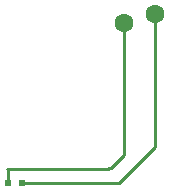
<source format=gtl>
G04 ---------------------------- Layer name :TOP LAYER*
G04 easyEDA 0.1*
G04 Scale: 100 percent, Rotated: No, Reflected: No *
G04 Dimensions in inches *
G04 leading zeros omitted , absolute positions ,2 integer and 4 * 
%FSLAX24Y24*%
%MOIN*%
G90*
G70D02*

%ADD11C,0.009450*%
%ADD12C,0.024400*%
%ADD13C,0.062992*%

%LPD*%
G54D11*
G01X6136Y15798D02*
G01X9380Y15798D01*
G01X10582Y17000D01*
G01X10582Y21421D01*
G01X10592Y21430D01*
G01X5671Y15796D02*
G01X5671Y16244D01*
G01X5649Y16267D01*
G01X9015Y16267D01*
G01X9049Y16300D01*
G01X9115Y16300D01*
G01X9549Y16733D01*
G01X9549Y21096D01*
G01X9534Y21111D01*
G54D13*
G01X10592Y21430D03*
G01X9534Y21111D03*
G54D12*
G01X6136Y15798D03*
G01X5671Y15796D03*

M00*
M02*
</source>
